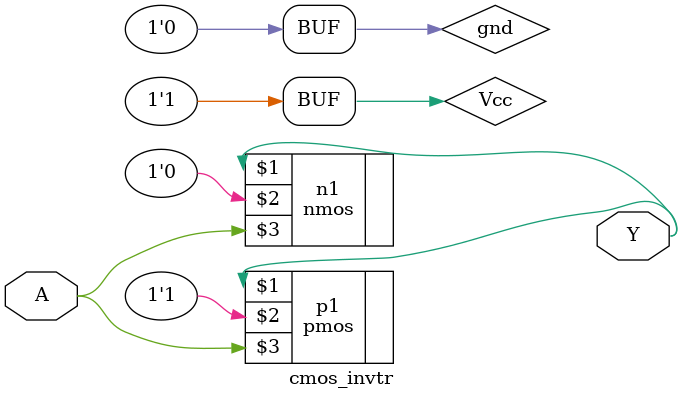
<source format=v>
`timescale 1ns / 1ps
module cmos_invtr(
output Y,
input A);
supply1 Vcc;
supply0 gnd;

 pmos p1(Y,Vcc,A);
 nmos n1(Y,gnd,A);
endmodule

</source>
